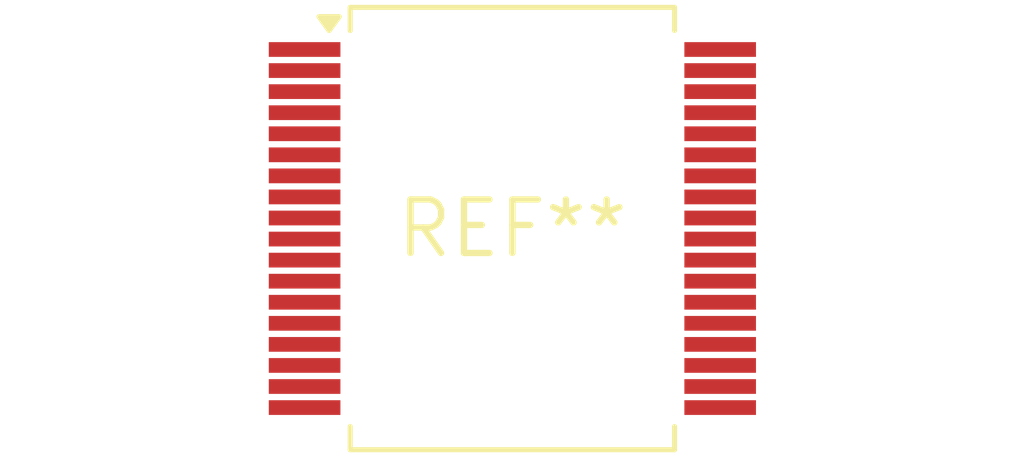
<source format=kicad_pcb>
(kicad_pcb (version 20240108) (generator pcbnew)
  (layers (0 "F.Cu" signal) (31 "B.Cu" signal) (34 "B.Paste" user) (35 "F.Paste" user) (36 "B.SilkS" user "B.Silkscreen") (37 "F.SilkS" user "F.Silkscreen") (38 "B.Mask" user) (39 "F.Mask" user) (44 "Edge.Cuts" user))
  (net 0 "")
  (footprint "ST_PowerSSO-36_SlugUp" (layer "F.Cu") (at 0 0)
    (property "Reference" "REF**")
    (property "Value" "ST_PowerSSO-36_SlugUp")
    (fp_line (start -3.85 -5.25) (end -3.85 -4.7) (layer "F.SilkS") (stroke (width 0.12)))
    (fp_line (start -3.85 5.25) (end -3.85 4.7) (layer "F.SilkS") (stroke (width 0.12)))
    (fp_line (start 3.85 -5.25) (end -3.85 -5.25) (layer "F.SilkS") (stroke (width 0.12)))
    (fp_line (start 3.85 -5.25) (end 3.85 -4.7) (layer "F.SilkS") (stroke (width 0.12)))
    (fp_line (start 3.85 5.25) (end -3.85 5.25) (layer "F.SilkS") (stroke (width 0.12)))
    (fp_line (start 3.85 5.25) (end 3.85 4.7) (layer "F.SilkS") (stroke (width 0.12)))
    (fp_poly (pts (xy -4.35 -4.7) (xy -4.59 -5.03) (xy -4.11 -5.03) (xy -4.35 -4.7)) (layer "F.SilkS") (stroke (width 0.12)) (fill solid))
    (pad "1" smd rect (at -4.9325 -4.25) (size 1.7 0.35) (layers "F.Cu" "F.Paste" "F.Mask"))
    (pad "2" smd rect (at -4.9325 -3.75) (size 1.7 0.35) (layers "F.Cu" "F.Paste" "F.Mask"))
    (pad "3" smd rect (at -4.9325 -3.25) (size 1.7 0.35) (layers "F.Cu" "F.Paste" "F.Mask"))
    (pad "4" smd rect (at -4.9325 -2.75) (size 1.7 0.35) (layers "F.Cu" "F.Paste" "F.Mask"))
    (pad "5" smd rect (at -4.9325 -2.25) (size 1.7 0.35) (layers "F.Cu" "F.Paste" "F.Mask"))
    (pad "6" smd rect (at -4.9325 -1.75) (size 1.7 0.35) (layers "F.Cu" "F.Paste" "F.Mask"))
    (pad "7" smd rect (at -4.9325 -1.25) (size 1.7 0.35) (layers "F.Cu" "F.Paste" "F.Mask"))
    (pad "8" smd rect (at -4.9325 -0.75) (size 1.7 0.35) (layers "F.Cu" "F.Paste" "F.Mask"))
    (pad "9" smd rect (at -4.9325 -0.25) (size 1.7 0.35) (layers "F.Cu" "F.Paste" "F.Mask"))
    (pad "10" smd rect (at -4.9325 0.25) (size 1.7 0.35) (layers "F.Cu" "F.Paste" "F.Mask"))
    (pad "11" smd rect (at -4.9325 0.75) (size 1.7 0.35) (layers "F.Cu" "F.Paste" "F.Mask"))
    (pad "12" smd rect (at -4.9325 1.25) (size 1.7 0.35) (layers "F.Cu" "F.Paste" "F.Mask"))
    (pad "13" smd rect (at -4.9325 1.75) (size 1.7 0.35) (layers "F.Cu" "F.Paste" "F.Mask"))
    (pad "14" smd rect (at -4.9325 2.25) (size 1.7 0.35) (layers "F.Cu" "F.Paste" "F.Mask"))
    (pad "15" smd rect (at -4.9325 2.75) (size 1.7 0.35) (layers "F.Cu" "F.Paste" "F.Mask"))
    (pad "16" smd rect (at -4.9325 3.25) (size 1.7 0.35) (layers "F.Cu" "F.Paste" "F.Mask"))
    (pad "17" smd rect (at -4.9325 3.75) (size 1.7 0.35) (layers "F.Cu" "F.Paste" "F.Mask"))
    (pad "18" smd rect (at -4.9325 4.25) (size 1.7 0.35) (layers "F.Cu" "F.Paste" "F.Mask"))
    (pad "19" smd rect (at 4.9325 4.25) (size 1.7 0.35) (layers "F.Cu" "F.Paste" "F.Mask"))
    (pad "20" smd rect (at 4.9325 3.75) (size 1.7 0.35) (layers "F.Cu" "F.Paste" "F.Mask"))
    (pad "21" smd rect (at 4.9325 3.25) (size 1.7 0.35) (layers "F.Cu" "F.Paste" "F.Mask"))
    (pad "22" smd rect (at 4.9325 2.75) (size 1.7 0.35) (layers "F.Cu" "F.Paste" "F.Mask"))
    (pad "23" smd rect (at 4.9325 2.25) (size 1.7 0.35) (layers "F.Cu" "F.Paste" "F.Mask"))
    (pad "24" smd rect (at 4.9325 1.75) (size 1.7 0.35) (layers "F.Cu" "F.Paste" "F.Mask"))
    (pad "25" smd rect (at 4.9325 1.25) (size 1.7 0.35) (layers "F.Cu" "F.Paste" "F.Mask"))
    (pad "26" smd rect (at 4.9325 0.75) (size 1.7 0.35) (layers "F.Cu" "F.Paste" "F.Mask"))
    (pad "27" smd rect (at 4.9325 0.25) (size 1.7 0.35) (layers "F.Cu" "F.Paste" "F.Mask"))
    (pad "28" smd rect (at 4.9325 -0.25) (size 1.7 0.35) (layers "F.Cu" "F.Paste" "F.Mask"))
    (pad "29" smd rect (at 4.9325 -0.75) (size 1.7 0.35) (layers "F.Cu" "F.Paste" "F.Mask"))
    (pad "30" smd rect (at 4.9325 -1.25) (size 1.7 0.35) (layers "F.Cu" "F.Paste" "F.Mask"))
    (pad "31" smd rect (at 4.9325 -1.75) (size 1.7 0.35) (layers "F.Cu" "F.Paste" "F.Mask"))
    (pad "32" smd rect (at 4.9325 -2.25) (size 1.7 0.35) (layers "F.Cu" "F.Paste" "F.Mask"))
    (pad "33" smd rect (at 4.9325 -2.75) (size 1.7 0.35) (layers "F.Cu" "F.Paste" "F.Mask"))
    (pad "34" smd rect (at 4.9325 -3.25) (size 1.7 0.35) (layers "F.Cu" "F.Paste" "F.Mask"))
    (pad "35" smd rect (at 4.9325 -3.75) (size 1.7 0.35) (layers "F.Cu" "F.Paste" "F.Mask"))
    (pad "36" smd rect (at 4.9325 -4.25) (size 1.7 0.35) (layers "F.Cu" "F.Paste" "F.Mask"))
  )
)
</source>
